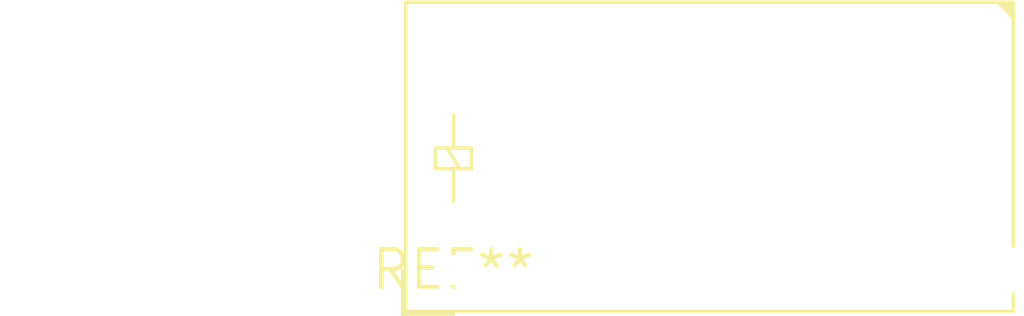
<source format=kicad_pcb>
(kicad_pcb (version 20240108) (generator pcbnew)
  (layers (0 "F.Cu" signal) (31 "B.Cu" signal) (34 "B.Paste" user) (35 "F.Paste" user) (36 "B.SilkS" user "B.Silkscreen") (37 "F.SilkS" user "F.Silkscreen") (38 "B.Mask" user) (39 "F.Mask" user) (44 "Edge.Cuts" user))
  (net 0 "")
  (footprint "Relay_SPST_Finder_32.21-x300" (layer "F.Cu") (at 0 0)
    (property "Reference" "REF**")
    (property "Value" "Relay_SPST_Finder_32.21-x300")
    (fp_line (start -1.7 1.5) (end -1.7 0) (layer "F.SilkS") (stroke (width 0.12)))
    (fp_line (start -1.6 -9) (end 18.8 -9) (layer "F.SilkS") (stroke (width 0.12)))
    (fp_line (start -1.6 1.4) (end -1.6 -9) (layer "F.SilkS") (stroke (width 0.12)))
    (fp_line (start -0.6 -4.1) (end -0.6 -3.4) (layer "F.SilkS") (stroke (width 0.12)))
    (fp_line (start -0.6 -3.4) (end 0.6 -3.4) (layer "F.SilkS") (stroke (width 0.12)))
    (fp_line (start 0 -4.1) (end 0 -5.2) (layer "F.SilkS") (stroke (width 0.12)))
    (fp_line (start 0 -3.4) (end 0 -2.3) (layer "F.SilkS") (stroke (width 0.12)))
    (fp_line (start 0 1.5) (end -1.7 1.5) (layer "F.SilkS") (stroke (width 0.12)))
    (fp_line (start 0.2 -3.4) (end -0.2 -4.1) (layer "F.SilkS") (stroke (width 0.12)))
    (fp_line (start 0.6 -4.1) (end -0.6 -4.1) (layer "F.SilkS") (stroke (width 0.12)))
    (fp_line (start 0.6 -3.4) (end 0.6 -4.1) (layer "F.SilkS") (stroke (width 0.12)))
    (fp_line (start 18.279214 -8.995556) (end 18.779214 -8.495556) (layer "F.SilkS") (stroke (width 0.12)))
    (fp_line (start 18.479214 -8.995556) (end 18.779214 -8.695556) (layer "F.SilkS") (stroke (width 0.12)))
    (fp_line (start 18.679214 -8.995556) (end 18.779214 -8.895556) (layer "F.SilkS") (stroke (width 0.12)))
    (fp_line (start 18.779214 -8.795556) (end 18.579214 -8.995556) (layer "F.SilkS") (stroke (width 0.12)))
    (fp_line (start 18.779214 -8.595556) (end 18.379214 -8.995556) (layer "F.SilkS") (stroke (width 0.12)))
    (fp_line (start 18.8 -9) (end 18.8 -0.795556) (layer "F.SilkS") (stroke (width 0.12)))
    (fp_line (start 18.8 0.8) (end 18.8 1.4) (layer "F.SilkS") (stroke (width 0.12)))
    (fp_line (start 18.8 1.4) (end -1.6 1.4) (layer "F.SilkS") (stroke (width 0.12)))
    (pad "11" thru_hole circle (at 10.16 0 90) (size 2.2 2.2) (drill 1.2) (layers *.Cu *.Mask) (remove_unused_layers))
    (pad "14" thru_hole circle (at 17.78 0 90) (size 2.2 2.2) (drill 1.2) (layers *.Cu *.Mask) (remove_unused_layers))
    (pad "A1" thru_hole rect (at 0 0 90) (size 1.8 1.8) (drill 1) (layers *.Cu *.Mask) (remove_unused_layers))
    (pad "A2" thru_hole circle (at 0 -7.62 90) (size 1.8 1.8) (drill 1) (layers *.Cu *.Mask) (remove_unused_layers))
  )
)
</source>
